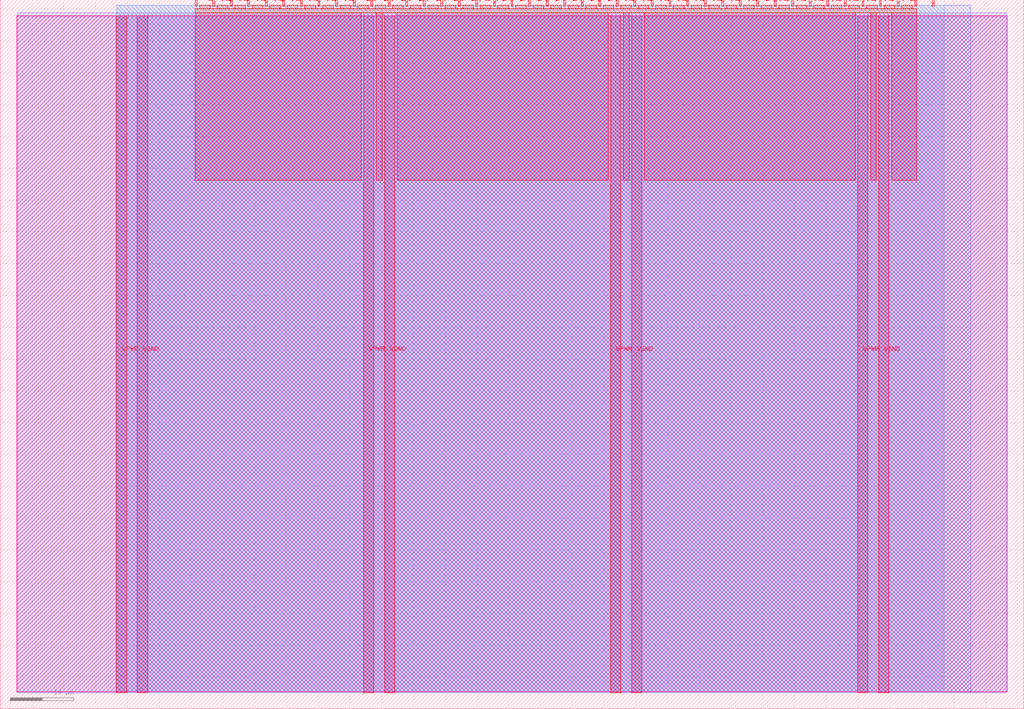
<source format=lef>
VERSION 5.7 ;
  NOWIREEXTENSIONATPIN ON ;
  DIVIDERCHAR "/" ;
  BUSBITCHARS "[]" ;
MACRO tt_um_gcd_stephan
  CLASS BLOCK ;
  FOREIGN tt_um_gcd_stephan ;
  ORIGIN 0.000 0.000 ;
  SIZE 161.000 BY 111.520 ;
  PIN VGND
    DIRECTION INOUT ;
    USE GROUND ;
    PORT
      LAYER met4 ;
        RECT 21.580 2.480 23.180 109.040 ;
    END
    PORT
      LAYER met4 ;
        RECT 60.450 2.480 62.050 109.040 ;
    END
    PORT
      LAYER met4 ;
        RECT 99.320 2.480 100.920 109.040 ;
    END
    PORT
      LAYER met4 ;
        RECT 138.190 2.480 139.790 109.040 ;
    END
  END VGND
  PIN VPWR
    DIRECTION INOUT ;
    USE POWER ;
    PORT
      LAYER met4 ;
        RECT 18.280 2.480 19.880 109.040 ;
    END
    PORT
      LAYER met4 ;
        RECT 57.150 2.480 58.750 109.040 ;
    END
    PORT
      LAYER met4 ;
        RECT 96.020 2.480 97.620 109.040 ;
    END
    PORT
      LAYER met4 ;
        RECT 134.890 2.480 136.490 109.040 ;
    END
  END VPWR
  PIN clk
    DIRECTION INPUT ;
    USE SIGNAL ;
    ANTENNAGATEAREA 0.852000 ;
    PORT
      LAYER met4 ;
        RECT 143.830 110.520 144.130 111.520 ;
    END
  END clk
  PIN ena
    DIRECTION INPUT ;
    USE SIGNAL ;
    PORT
      LAYER met4 ;
        RECT 146.590 110.520 146.890 111.520 ;
    END
  END ena
  PIN rst_n
    DIRECTION INPUT ;
    USE SIGNAL ;
    ANTENNAGATEAREA 0.196500 ;
    PORT
      LAYER met4 ;
        RECT 141.070 110.520 141.370 111.520 ;
    END
  END rst_n
  PIN ui_in[0]
    DIRECTION INPUT ;
    USE SIGNAL ;
    ANTENNAGATEAREA 0.196500 ;
    PORT
      LAYER met4 ;
        RECT 138.310 110.520 138.610 111.520 ;
    END
  END ui_in[0]
  PIN ui_in[1]
    DIRECTION INPUT ;
    USE SIGNAL ;
    ANTENNAGATEAREA 0.196500 ;
    PORT
      LAYER met4 ;
        RECT 135.550 110.520 135.850 111.520 ;
    END
  END ui_in[1]
  PIN ui_in[2]
    DIRECTION INPUT ;
    USE SIGNAL ;
    ANTENNAGATEAREA 0.196500 ;
    PORT
      LAYER met4 ;
        RECT 132.790 110.520 133.090 111.520 ;
    END
  END ui_in[2]
  PIN ui_in[3]
    DIRECTION INPUT ;
    USE SIGNAL ;
    ANTENNAGATEAREA 0.196500 ;
    PORT
      LAYER met4 ;
        RECT 130.030 110.520 130.330 111.520 ;
    END
  END ui_in[3]
  PIN ui_in[4]
    DIRECTION INPUT ;
    USE SIGNAL ;
    ANTENNAGATEAREA 0.196500 ;
    PORT
      LAYER met4 ;
        RECT 127.270 110.520 127.570 111.520 ;
    END
  END ui_in[4]
  PIN ui_in[5]
    DIRECTION INPUT ;
    USE SIGNAL ;
    ANTENNAGATEAREA 0.196500 ;
    PORT
      LAYER met4 ;
        RECT 124.510 110.520 124.810 111.520 ;
    END
  END ui_in[5]
  PIN ui_in[6]
    DIRECTION INPUT ;
    USE SIGNAL ;
    ANTENNAGATEAREA 0.196500 ;
    PORT
      LAYER met4 ;
        RECT 121.750 110.520 122.050 111.520 ;
    END
  END ui_in[6]
  PIN ui_in[7]
    DIRECTION INPUT ;
    USE SIGNAL ;
    ANTENNAGATEAREA 0.196500 ;
    PORT
      LAYER met4 ;
        RECT 118.990 110.520 119.290 111.520 ;
    END
  END ui_in[7]
  PIN uio_in[0]
    DIRECTION INPUT ;
    USE SIGNAL ;
    ANTENNAGATEAREA 0.196500 ;
    PORT
      LAYER met4 ;
        RECT 116.230 110.520 116.530 111.520 ;
    END
  END uio_in[0]
  PIN uio_in[1]
    DIRECTION INPUT ;
    USE SIGNAL ;
    ANTENNAGATEAREA 0.196500 ;
    PORT
      LAYER met4 ;
        RECT 113.470 110.520 113.770 111.520 ;
    END
  END uio_in[1]
  PIN uio_in[2]
    DIRECTION INPUT ;
    USE SIGNAL ;
    ANTENNAGATEAREA 0.196500 ;
    PORT
      LAYER met4 ;
        RECT 110.710 110.520 111.010 111.520 ;
    END
  END uio_in[2]
  PIN uio_in[3]
    DIRECTION INPUT ;
    USE SIGNAL ;
    ANTENNAGATEAREA 0.196500 ;
    PORT
      LAYER met4 ;
        RECT 107.950 110.520 108.250 111.520 ;
    END
  END uio_in[3]
  PIN uio_in[4]
    DIRECTION INPUT ;
    USE SIGNAL ;
    ANTENNAGATEAREA 0.196500 ;
    PORT
      LAYER met4 ;
        RECT 105.190 110.520 105.490 111.520 ;
    END
  END uio_in[4]
  PIN uio_in[5]
    DIRECTION INPUT ;
    USE SIGNAL ;
    ANTENNAGATEAREA 0.196500 ;
    PORT
      LAYER met4 ;
        RECT 102.430 110.520 102.730 111.520 ;
    END
  END uio_in[5]
  PIN uio_in[6]
    DIRECTION INPUT ;
    USE SIGNAL ;
    ANTENNAGATEAREA 0.196500 ;
    PORT
      LAYER met4 ;
        RECT 99.670 110.520 99.970 111.520 ;
    END
  END uio_in[6]
  PIN uio_in[7]
    DIRECTION INPUT ;
    USE SIGNAL ;
    ANTENNAGATEAREA 0.196500 ;
    PORT
      LAYER met4 ;
        RECT 96.910 110.520 97.210 111.520 ;
    END
  END uio_in[7]
  PIN uio_oe[0]
    DIRECTION OUTPUT ;
    USE SIGNAL ;
    PORT
      LAYER met4 ;
        RECT 49.990 110.520 50.290 111.520 ;
    END
  END uio_oe[0]
  PIN uio_oe[1]
    DIRECTION OUTPUT ;
    USE SIGNAL ;
    PORT
      LAYER met4 ;
        RECT 47.230 110.520 47.530 111.520 ;
    END
  END uio_oe[1]
  PIN uio_oe[2]
    DIRECTION OUTPUT ;
    USE SIGNAL ;
    PORT
      LAYER met4 ;
        RECT 44.470 110.520 44.770 111.520 ;
    END
  END uio_oe[2]
  PIN uio_oe[3]
    DIRECTION OUTPUT ;
    USE SIGNAL ;
    PORT
      LAYER met4 ;
        RECT 41.710 110.520 42.010 111.520 ;
    END
  END uio_oe[3]
  PIN uio_oe[4]
    DIRECTION OUTPUT ;
    USE SIGNAL ;
    PORT
      LAYER met4 ;
        RECT 38.950 110.520 39.250 111.520 ;
    END
  END uio_oe[4]
  PIN uio_oe[5]
    DIRECTION OUTPUT ;
    USE SIGNAL ;
    PORT
      LAYER met4 ;
        RECT 36.190 110.520 36.490 111.520 ;
    END
  END uio_oe[5]
  PIN uio_oe[6]
    DIRECTION OUTPUT ;
    USE SIGNAL ;
    PORT
      LAYER met4 ;
        RECT 33.430 110.520 33.730 111.520 ;
    END
  END uio_oe[6]
  PIN uio_oe[7]
    DIRECTION OUTPUT ;
    USE SIGNAL ;
    PORT
      LAYER met4 ;
        RECT 30.670 110.520 30.970 111.520 ;
    END
  END uio_oe[7]
  PIN uio_out[0]
    DIRECTION OUTPUT ;
    USE SIGNAL ;
    PORT
      LAYER met4 ;
        RECT 72.070 110.520 72.370 111.520 ;
    END
  END uio_out[0]
  PIN uio_out[1]
    DIRECTION OUTPUT ;
    USE SIGNAL ;
    PORT
      LAYER met4 ;
        RECT 69.310 110.520 69.610 111.520 ;
    END
  END uio_out[1]
  PIN uio_out[2]
    DIRECTION OUTPUT ;
    USE SIGNAL ;
    PORT
      LAYER met4 ;
        RECT 66.550 110.520 66.850 111.520 ;
    END
  END uio_out[2]
  PIN uio_out[3]
    DIRECTION OUTPUT ;
    USE SIGNAL ;
    PORT
      LAYER met4 ;
        RECT 63.790 110.520 64.090 111.520 ;
    END
  END uio_out[3]
  PIN uio_out[4]
    DIRECTION OUTPUT ;
    USE SIGNAL ;
    PORT
      LAYER met4 ;
        RECT 61.030 110.520 61.330 111.520 ;
    END
  END uio_out[4]
  PIN uio_out[5]
    DIRECTION OUTPUT ;
    USE SIGNAL ;
    PORT
      LAYER met4 ;
        RECT 58.270 110.520 58.570 111.520 ;
    END
  END uio_out[5]
  PIN uio_out[6]
    DIRECTION OUTPUT ;
    USE SIGNAL ;
    PORT
      LAYER met4 ;
        RECT 55.510 110.520 55.810 111.520 ;
    END
  END uio_out[6]
  PIN uio_out[7]
    DIRECTION OUTPUT ;
    USE SIGNAL ;
    PORT
      LAYER met4 ;
        RECT 52.750 110.520 53.050 111.520 ;
    END
  END uio_out[7]
  PIN uo_out[0]
    DIRECTION OUTPUT ;
    USE SIGNAL ;
    ANTENNADIFFAREA 0.445500 ;
    PORT
      LAYER met4 ;
        RECT 94.150 110.520 94.450 111.520 ;
    END
  END uo_out[0]
  PIN uo_out[1]
    DIRECTION OUTPUT ;
    USE SIGNAL ;
    ANTENNADIFFAREA 0.445500 ;
    PORT
      LAYER met4 ;
        RECT 91.390 110.520 91.690 111.520 ;
    END
  END uo_out[1]
  PIN uo_out[2]
    DIRECTION OUTPUT ;
    USE SIGNAL ;
    ANTENNADIFFAREA 0.795200 ;
    PORT
      LAYER met4 ;
        RECT 88.630 110.520 88.930 111.520 ;
    END
  END uo_out[2]
  PIN uo_out[3]
    DIRECTION OUTPUT ;
    USE SIGNAL ;
    ANTENNADIFFAREA 0.795200 ;
    PORT
      LAYER met4 ;
        RECT 85.870 110.520 86.170 111.520 ;
    END
  END uo_out[3]
  PIN uo_out[4]
    DIRECTION OUTPUT ;
    USE SIGNAL ;
    ANTENNADIFFAREA 0.795200 ;
    PORT
      LAYER met4 ;
        RECT 83.110 110.520 83.410 111.520 ;
    END
  END uo_out[4]
  PIN uo_out[5]
    DIRECTION OUTPUT ;
    USE SIGNAL ;
    ANTENNADIFFAREA 0.445500 ;
    PORT
      LAYER met4 ;
        RECT 80.350 110.520 80.650 111.520 ;
    END
  END uo_out[5]
  PIN uo_out[6]
    DIRECTION OUTPUT ;
    USE SIGNAL ;
    ANTENNADIFFAREA 0.445500 ;
    PORT
      LAYER met4 ;
        RECT 77.590 110.520 77.890 111.520 ;
    END
  END uo_out[6]
  PIN uo_out[7]
    DIRECTION OUTPUT ;
    USE SIGNAL ;
    ANTENNADIFFAREA 0.445500 ;
    PORT
      LAYER met4 ;
        RECT 74.830 110.520 75.130 111.520 ;
    END
  END uo_out[7]
  OBS
      LAYER nwell ;
        RECT 2.570 2.635 158.430 108.990 ;
      LAYER li1 ;
        RECT 2.760 2.635 158.240 108.885 ;
      LAYER met1 ;
        RECT 2.760 2.480 158.240 109.440 ;
      LAYER met2 ;
        RECT 18.310 2.535 152.620 110.685 ;
      LAYER met3 ;
        RECT 18.290 2.555 148.515 110.665 ;
      LAYER met4 ;
        RECT 31.370 110.120 33.030 110.665 ;
        RECT 34.130 110.120 35.790 110.665 ;
        RECT 36.890 110.120 38.550 110.665 ;
        RECT 39.650 110.120 41.310 110.665 ;
        RECT 42.410 110.120 44.070 110.665 ;
        RECT 45.170 110.120 46.830 110.665 ;
        RECT 47.930 110.120 49.590 110.665 ;
        RECT 50.690 110.120 52.350 110.665 ;
        RECT 53.450 110.120 55.110 110.665 ;
        RECT 56.210 110.120 57.870 110.665 ;
        RECT 58.970 110.120 60.630 110.665 ;
        RECT 61.730 110.120 63.390 110.665 ;
        RECT 64.490 110.120 66.150 110.665 ;
        RECT 67.250 110.120 68.910 110.665 ;
        RECT 70.010 110.120 71.670 110.665 ;
        RECT 72.770 110.120 74.430 110.665 ;
        RECT 75.530 110.120 77.190 110.665 ;
        RECT 78.290 110.120 79.950 110.665 ;
        RECT 81.050 110.120 82.710 110.665 ;
        RECT 83.810 110.120 85.470 110.665 ;
        RECT 86.570 110.120 88.230 110.665 ;
        RECT 89.330 110.120 90.990 110.665 ;
        RECT 92.090 110.120 93.750 110.665 ;
        RECT 94.850 110.120 96.510 110.665 ;
        RECT 97.610 110.120 99.270 110.665 ;
        RECT 100.370 110.120 102.030 110.665 ;
        RECT 103.130 110.120 104.790 110.665 ;
        RECT 105.890 110.120 107.550 110.665 ;
        RECT 108.650 110.120 110.310 110.665 ;
        RECT 111.410 110.120 113.070 110.665 ;
        RECT 114.170 110.120 115.830 110.665 ;
        RECT 116.930 110.120 118.590 110.665 ;
        RECT 119.690 110.120 121.350 110.665 ;
        RECT 122.450 110.120 124.110 110.665 ;
        RECT 125.210 110.120 126.870 110.665 ;
        RECT 127.970 110.120 129.630 110.665 ;
        RECT 130.730 110.120 132.390 110.665 ;
        RECT 133.490 110.120 135.150 110.665 ;
        RECT 136.250 110.120 137.910 110.665 ;
        RECT 139.010 110.120 140.670 110.665 ;
        RECT 141.770 110.120 143.430 110.665 ;
        RECT 30.655 109.440 144.145 110.120 ;
        RECT 30.655 83.135 56.750 109.440 ;
        RECT 59.150 83.135 60.050 109.440 ;
        RECT 62.450 83.135 95.620 109.440 ;
        RECT 98.020 83.135 98.920 109.440 ;
        RECT 101.320 83.135 134.490 109.440 ;
        RECT 136.890 83.135 137.790 109.440 ;
        RECT 140.190 83.135 144.145 109.440 ;
  END
END tt_um_gcd_stephan
END LIBRARY


</source>
